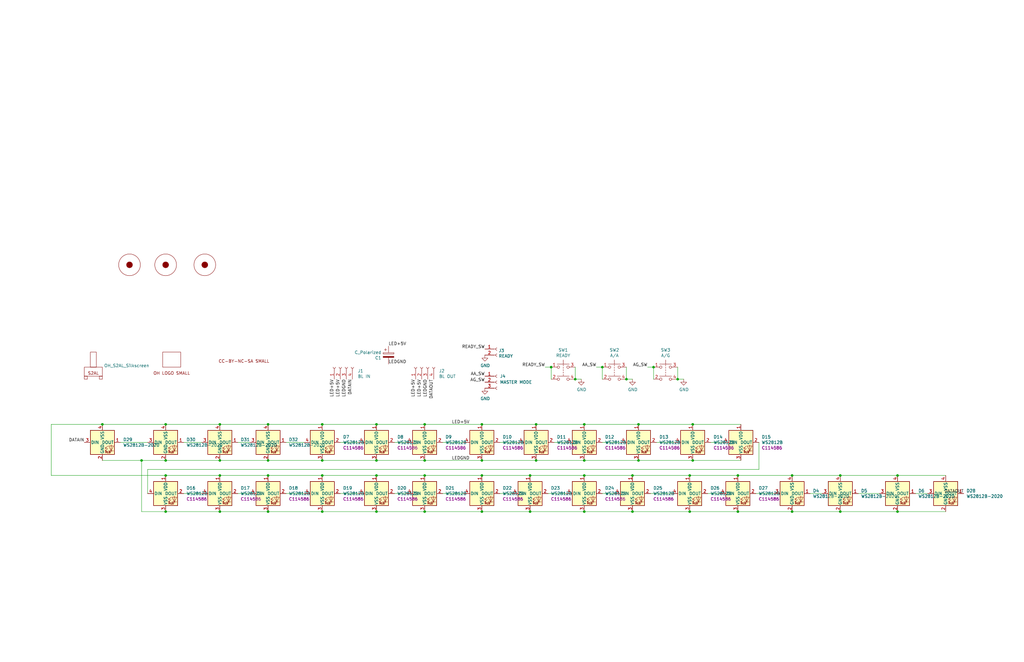
<source format=kicad_sch>
(kicad_sch (version 20211123) (generator eeschema)
  (paper "B")
  (lib_symbols
    (symbol "Connector:Conn_01x02_Female" (pin_names (offset 1.016) hide)
      (property "Reference" "J" (at 0 2.54 0))
      (property "Value" "Conn_01x02_Female" (at 0 -5.08 0))
      (symbol "Conn_01x02_Female_1_1"
        (arc (start 0 -2.032) (mid -0.508 -2.54) (end 0 -3.048) (stroke (width 0.1524)))
        (polyline (pts (xy -1.27 -2.54) (xy -0.508 -2.54)) (stroke (width 0.1524)))
        (polyline (pts (xy -1.27 0) (xy -0.508 0)) (stroke (width 0.1524)))
        (arc (start 0 0.508) (mid -0.508 0) (end 0 -0.508) (stroke (width 0.1524)))
        (pin passive line (at -5.08 0 0) (length 3.81) (name "Pin_1") (number "1"))
        (pin passive line (at -5.08 -2.54 0) (length 3.81) (name "Pin_2") (number "2"))
      )
    )
    (symbol "Connector:Conn_01x03_Female" (pin_names (offset 1.016) hide)
      (property "Reference" "J" (at 0 5.08 0))
      (property "Value" "Conn_01x03_Female" (at 0 -5.08 0))
      (symbol "Conn_01x03_Female_1_1"
        (arc (start 0 -2.032) (mid -0.508 -2.54) (end 0 -3.048) (stroke (width 0.1524)))
        (polyline (pts (xy -1.27 -2.54) (xy -0.508 -2.54)) (stroke (width 0.1524)))
        (polyline (pts (xy -1.27 0) (xy -0.508 0)) (stroke (width 0.1524)))
        (polyline (pts (xy -1.27 2.54) (xy -0.508 2.54)) (stroke (width 0.1524)))
        (arc (start 0 0.508) (mid -0.508 0) (end 0 -0.508) (stroke (width 0.1524)))
        (arc (start 0 3.048) (mid -0.508 2.54) (end 0 2.032) (stroke (width 0.1524)))
        (pin passive line (at -5.08 2.54 0) (length 3.81) (name "Pin_1") (number "1"))
        (pin passive line (at -5.08 0 0) (length 3.81) (name "Pin_2") (number "2"))
        (pin passive line (at -5.08 -2.54 0) (length 3.81) (name "Pin_3") (number "3"))
      )
    )
    (symbol "Connector:Conn_01x04_Female" (pin_names (offset 1.016) hide)
      (property "Reference" "J" (at 0 5.08 0))
      (property "Value" "Conn_01x04_Female" (at 0 -7.62 0))
      (symbol "Conn_01x04_Female_1_1"
        (arc (start 0 -4.572) (mid -0.508 -5.08) (end 0 -5.588) (stroke (width 0.1524)))
        (arc (start 0 -2.032) (mid -0.508 -2.54) (end 0 -3.048) (stroke (width 0.1524)))
        (polyline (pts (xy -1.27 -5.08) (xy -0.508 -5.08)) (stroke (width 0.1524)))
        (polyline (pts (xy -1.27 -2.54) (xy -0.508 -2.54)) (stroke (width 0.1524)))
        (polyline (pts (xy -1.27 0) (xy -0.508 0)) (stroke (width 0.1524)))
        (polyline (pts (xy -1.27 2.54) (xy -0.508 2.54)) (stroke (width 0.1524)))
        (arc (start 0 0.508) (mid -0.508 0) (end 0 -0.508) (stroke (width 0.1524)))
        (arc (start 0 3.048) (mid -0.508 2.54) (end 0 2.032) (stroke (width 0.1524)))
        (pin passive line (at -5.08 2.54 0) (length 3.81) (name "Pin_1") (number "1"))
        (pin passive line (at -5.08 0 0) (length 3.81) (name "Pin_2") (number "2"))
        (pin passive line (at -5.08 -2.54 0) (length 3.81) (name "Pin_3") (number "3"))
        (pin passive line (at -5.08 -5.08 0) (length 3.81) (name "Pin_4") (number "4"))
      )
    )
    (symbol "LED:WS2812B" (pin_names (offset 0.254))
      (property "Reference" "D" (at 5.08 5.715 0))
      (property "Value" "WS2812B" (at 1.27 -5.715 0))
      (symbol "WS2812B_0_0"
        (text "RGB" (at 2.286 -4.191 0) (effects (font (size 0.762 0.762))))
      )
      (symbol "WS2812B_0_1"
        (polyline (pts (xy 1.27 -3.556) (xy 1.778 -3.556)))
        (polyline (pts (xy 1.27 -2.54) (xy 1.778 -2.54)))
        (polyline (pts (xy 4.699 -3.556) (xy 2.667 -3.556)))
        (polyline (pts (xy 2.286 -2.54) (xy 1.27 -3.556) (xy 1.27 -3.048)))
        (polyline (pts (xy 2.286 -1.524) (xy 1.27 -2.54) (xy 1.27 -2.032)))
        (polyline (pts (xy 3.683 -1.016) (xy 3.683 -3.556) (xy 3.683 -4.064)))
        (polyline (pts (xy 4.699 -1.524) (xy 2.667 -1.524) (xy 3.683 -3.556) (xy 4.699 -1.524)))
        (rectangle (start 5.08 5.08) (end -5.08 -5.08) (stroke (width 0.254)) (fill (type background)))
      )
      (symbol "WS2812B_1_1"
        (pin power_in line (at 0 7.62 270) (length 2.54) (name "VDD") (number "1"))
        (pin output line (at 7.62 0 180) (length 2.54) (name "DOUT") (number "2"))
        (pin power_in line (at 0 -7.62 90) (length 2.54) (name "VSS") (number "3"))
        (pin input line (at -7.62 0 0) (length 2.54) (name "DIN") (number "4"))
      )
    )
    (symbol "MasterModePushbuttonV2-rescue:CC-BY-NC-SA_Icon-KiCadCustomLib" (pin_numbers hide) (pin_names (offset 0) hide)
      (symbol "CC-BY-NC-SA_Icon-KiCadCustomLib_0_0"
        (text "CC-BY-NC-SA SMALL" (at 1.27 2.54 0) (effects (font (size 1.27 1.27))))
      )
    )
    (symbol "MasterModePushbuttonV2-rescue:C_Polarized-Device" (pin_numbers hide) (pin_names (offset 0.254))
      (property "Reference" "C" (at 0.635 2.54 0))
      (property "Value" "C_Polarized-Device" (at 0.635 -2.54 0))
      (symbol "C_Polarized-Device_0_1"
        (rectangle (start -2.286 0.508) (end 2.286 1.016))
        (polyline (pts (xy -1.778 2.286) (xy -0.762 2.286)))
        (polyline (pts (xy -1.27 2.794) (xy -1.27 1.778)))
        (rectangle (start 2.286 -0.508) (end -2.286 -1.016) (fill (type outline)))
      )
      (symbol "C_Polarized-Device_1_1"
        (pin passive line (at 0 3.81 270) (length 2.794) (name "~") (number "1"))
        (pin passive line (at 0 -3.81 90) (length 2.794) (name "~") (number "2"))
      )
    )
    (symbol "MasterModePushbuttonV2-rescue:OHPanelScrew-KiCadCustomLib" (pin_numbers hide) (pin_names (offset 0) hide)
      (symbol "OHPanelScrew-KiCadCustomLib_0_0"
        (circle (center 0 0) (radius 1.27) (fill (type outline)))
        (circle (center 0 0) (radius 4.572))
      )
    )
    (symbol "MasterModePushbuttonV2-rescue:OH_S2AL_Silkscreen-KiCadCustomLib" (pin_numbers hide) (pin_names (offset 0) hide)
      (property "Value" "OH_S2AL_Silkscreen-KiCadCustomLib" (at 0 -3.81 0))
      (symbol "OH_S2AL_Silkscreen-KiCadCustomLib_0_0"
        (rectangle (start -3.81 -1.27) (end -2.54 -2.54))
        (rectangle (start -3.81 2.54) (end 3.81 -1.27))
        (rectangle (start 1.27 2.54) (end -1.27 8.89))
        (rectangle (start 3.81 -1.27) (end 2.54 -2.54))
        (text "S2AL" (at 0 0 0) (effects (font (size 1.27 1.27))))
      )
    )
    (symbol "MasterModePushbuttonV2-rescue:Omron_B3F-1026-KiCadCustomLib" (pin_names (offset 1.016) hide)
      (property "Reference" "SW" (at 1.27 2.54 0))
      (property "Value" "Omron_B3F-1026-KiCadCustomLib" (at 0 -6.858 0))
      (symbol "Omron_B3F-1026-KiCadCustomLib_0_1"
        (circle (center -2.032 -5.08) (radius 0.508))
        (circle (center -2.032 0) (radius 0.508))
        (polyline (pts (xy 0 -3.048) (xy 0 -3.556)))
        (polyline (pts (xy 0 -2.032) (xy 0 -2.54)))
        (polyline (pts (xy 0 -1.524) (xy 0 -1.016)))
        (polyline (pts (xy 0 -0.508) (xy 0 0)))
        (polyline (pts (xy 0 0.508) (xy 0 1.016)))
        (polyline (pts (xy 0 1.27) (xy 0 3.048)))
        (polyline (pts (xy 2.54 -3.81) (xy -2.54 -3.81)))
        (polyline (pts (xy 2.54 1.27) (xy -2.54 1.27)))
        (circle (center 2.032 -5.08) (radius 0.508))
        (circle (center 2.032 0) (radius 0.508))
        (pin passive line (at -5.08 0 0) (length 2.54) (name "1") (number "1"))
        (pin passive line (at -5.08 -5.08 0) (length 2.54) (name "2") (number "2"))
        (pin passive line (at 5.08 0 180) (length 2.54) (name "3") (number "3"))
        (pin passive line (at 5.08 -5.08 180) (length 2.54) (name "4") (number "4"))
      )
    )
    (symbol "MasterModePushbuttonV2-rescue:OpenHornetLogoSmall-KiCadCustomLib" (pin_numbers hide) (pin_names (offset 0) hide)
      (symbol "OpenHornetLogoSmall-KiCadCustomLib_0_0"
        (text "OH LOGO SMALL" (at 0 2.54 0) (effects (font (size 1.27 1.27))))
      )
      (symbol "OpenHornetLogoSmall-KiCadCustomLib_0_1"
        (rectangle (start 3.81 5.08) (end -3.81 11.43))
      )
    )
    (symbol "MasterModePushbuttonV2-rescue:WS2812B-2020-KiCAD_Libraries" (pin_names (offset 0.254))
      (property "Reference" "D" (at 5.08 5.715 0))
      (property "Value" "WS2812B-2020-KiCAD_Libraries" (at 1.27 -5.715 0))
      (symbol "WS2812B-2020-KiCAD_Libraries_0_0"
        (text "RGB" (at 2.286 -4.191 0) (effects (font (size 0.762 0.762))))
      )
      (symbol "WS2812B-2020-KiCAD_Libraries_0_1"
        (polyline (pts (xy 1.27 -3.556) (xy 1.778 -3.556)))
        (polyline (pts (xy 1.27 -2.54) (xy 1.778 -2.54)))
        (polyline (pts (xy 4.699 -3.556) (xy 2.667 -3.556)))
        (polyline (pts (xy 2.286 -2.54) (xy 1.27 -3.556) (xy 1.27 -3.048)))
        (polyline (pts (xy 2.286 -1.524) (xy 1.27 -2.54) (xy 1.27 -2.032)))
        (polyline (pts (xy 3.683 -1.016) (xy 3.683 -3.556) (xy 3.683 -4.064)))
        (polyline (pts (xy 4.699 -1.524) (xy 2.667 -1.524) (xy 3.683 -3.556) (xy 4.699 -1.524)))
        (rectangle (start 5.08 5.08) (end -5.08 -5.08) (stroke (width 0.254)) (fill (type background)))
      )
      (symbol "WS2812B-2020-KiCAD_Libraries_1_1"
        (pin output line (at 7.62 0 180) (length 2.54) (name "DOUT") (number "1"))
        (pin power_in line (at 0 -7.62 90) (length 2.54) (name "GND") (number "2"))
        (pin input line (at -7.62 0 0) (length 2.54) (name "DIN") (number "3"))
        (pin power_in line (at 0 7.62 270) (length 2.54) (name "VSS") (number "4"))
      )
    )
    (symbol "power:GND" (power) (pin_names (offset 0))
      (property "Value" "GND" (at 0 -3.81 0))
      (symbol "GND_0_1"
        (polyline (pts (xy 0 0) (xy 0 -1.27) (xy 1.27 -1.27) (xy 0 -2.54) (xy -1.27 -1.27) (xy 0 -1.27)))
      )
      (symbol "GND_1_1"
        (pin power_in line (at 0 0 270) (length 0) hide (name "GND") (number "1"))
      )
    )
  )
  (junction (at 226.06 194.31))
  (junction (at 92.71 194.31))
  (junction (at 292.1 194.31))
  (junction (at 378.46 215.9))
  (junction (at 69.85 215.9))
  (junction (at 354.33 215.9))
  (junction (at 69.85 179.07))
  (junction (at 113.03 194.31))
  (junction (at 113.03 200.66))
  (junction (at 135.89 194.31))
  (junction (at 69.85 194.31))
  (junction (at 113.03 215.9))
  (junction (at 266.7 200.66))
  (junction (at 246.38 194.31))
  (junction (at 203.2 200.66))
  (junction (at 179.07 194.31))
  (junction (at 203.2 215.9))
  (junction (at 179.07 215.9))
  (junction (at 158.75 179.07))
  (junction (at 254 154.94))
  (junction (at 269.24 179.07))
  (junction (at 223.52 215.9))
  (junction (at 158.75 215.9))
  (junction (at 246.38 200.66))
  (junction (at 311.15 200.66))
  (junction (at 264.16 160.02))
  (junction (at 92.71 179.07))
  (junction (at 242.57 160.02))
  (junction (at 266.7 215.9))
  (junction (at 269.24 194.31))
  (junction (at 232.41 154.94))
  (junction (at 158.75 194.31))
  (junction (at 334.01 200.66))
  (junction (at 226.06 179.07))
  (junction (at 59.69 194.31))
  (junction (at 203.2 179.07))
  (junction (at 246.38 179.07))
  (junction (at 354.33 200.66))
  (junction (at 275.59 154.94))
  (junction (at 69.85 200.66))
  (junction (at 290.83 200.66))
  (junction (at 113.03 179.07))
  (junction (at 378.46 200.66))
  (junction (at 179.07 179.07))
  (junction (at 135.89 200.66))
  (junction (at 135.89 215.9))
  (junction (at 179.07 200.66))
  (junction (at 43.18 179.07))
  (junction (at 92.71 200.66))
  (junction (at 334.01 215.9))
  (junction (at 158.75 200.66))
  (junction (at 203.2 194.31))
  (junction (at 135.89 179.07))
  (junction (at 223.52 200.66))
  (junction (at 246.38 215.9))
  (junction (at 92.71 215.9))
  (junction (at 285.75 160.02))
  (junction (at 290.83 215.9))
  (junction (at 292.1 179.07))
  (junction (at 311.15 215.9))
  (wire (pts (xy 273.05 154.94) (xy 275.59 154.94)))
  (wire (pts (xy 269.24 179.07) (xy 292.1 179.07)))
  (wire (pts (xy 158.75 194.31) (xy 135.89 194.31)))
  (wire (pts (xy 231.14 208.28) (xy 238.76 208.28)))
  (wire (pts (xy 311.15 215.9) (xy 334.01 215.9)))
  (wire (pts (xy 43.18 194.31) (xy 59.69 194.31)))
  (wire (pts (xy 251.46 154.94) (xy 254 154.94)))
  (wire (pts (xy 320.04 198.12) (xy 62.23 198.12)))
  (wire (pts (xy 158.75 179.07) (xy 179.07 179.07)))
  (wire (pts (xy 203.2 194.31) (xy 179.07 194.31)))
  (wire (pts (xy 100.33 186.69) (xy 105.41 186.69)))
  (wire (pts (xy 179.07 179.07) (xy 203.2 179.07)))
  (wire (pts (xy 21.59 179.07) (xy 21.59 200.66)))
  (wire (pts (xy 210.82 186.69) (xy 218.44 186.69)))
  (wire (pts (xy 275.59 154.94) (xy 275.59 160.02)))
  (wire (pts (xy 158.75 215.9) (xy 179.07 215.9)))
  (wire (pts (xy 226.06 194.31) (xy 203.2 194.31)))
  (wire (pts (xy 354.33 200.66) (xy 378.46 200.66)))
  (wire (pts (xy 62.23 198.12) (xy 62.23 208.28)))
  (wire (pts (xy 290.83 215.9) (xy 311.15 215.9)))
  (wire (pts (xy 254 208.28) (xy 259.08 208.28)))
  (wire (pts (xy 179.07 200.66) (xy 203.2 200.66)))
  (wire (pts (xy 242.57 160.02) (xy 242.57 154.94)))
  (wire (pts (xy 113.03 194.31) (xy 135.89 194.31)))
  (wire (pts (xy 59.69 194.31) (xy 69.85 194.31)))
  (wire (pts (xy 77.47 208.28) (xy 85.09 208.28)))
  (wire (pts (xy 341.63 208.28) (xy 346.71 208.28)))
  (wire (pts (xy 229.87 154.94) (xy 232.41 154.94)))
  (wire (pts (xy 135.89 215.9) (xy 158.75 215.9)))
  (wire (pts (xy 69.85 200.66) (xy 92.71 200.66)))
  (wire (pts (xy 245.11 160.02) (xy 242.57 160.02)))
  (wire (pts (xy 285.75 160.02) (xy 285.75 154.94)))
  (wire (pts (xy 135.89 200.66) (xy 158.75 200.66)))
  (wire (pts (xy 203.2 200.66) (xy 223.52 200.66)))
  (wire (pts (xy 113.03 200.66) (xy 135.89 200.66)))
  (wire (pts (xy 120.65 208.28) (xy 128.27 208.28)))
  (wire (pts (xy 59.69 215.9) (xy 69.85 215.9)))
  (wire (pts (xy 264.16 160.02) (xy 264.16 154.94)))
  (wire (pts (xy 233.68 186.69) (xy 238.76 186.69)))
  (wire (pts (xy 143.51 208.28) (xy 151.13 208.28)))
  (wire (pts (xy 269.24 194.31) (xy 246.38 194.31)))
  (wire (pts (xy 158.75 200.66) (xy 179.07 200.66)))
  (wire (pts (xy 361.95 208.28) (xy 370.84 208.28)))
  (wire (pts (xy 318.77 208.28) (xy 326.39 208.28)))
  (wire (pts (xy 266.7 200.66) (xy 290.83 200.66)))
  (wire (pts (xy 246.38 215.9) (xy 266.7 215.9)))
  (wire (pts (xy 232.41 154.94) (xy 232.41 160.02)))
  (wire (pts (xy 354.33 215.9) (xy 378.46 215.9)))
  (wire (pts (xy 378.46 215.9) (xy 398.78 215.9)))
  (wire (pts (xy 254 154.94) (xy 254 160.02)))
  (wire (pts (xy 120.65 186.69) (xy 128.27 186.69)))
  (wire (pts (xy 113.03 215.9) (xy 135.89 215.9)))
  (wire (pts (xy 135.89 179.07) (xy 158.75 179.07)))
  (wire (pts (xy 290.83 200.66) (xy 311.15 200.66)))
  (wire (pts (xy 113.03 179.07) (xy 135.89 179.07)))
  (wire (pts (xy 334.01 215.9) (xy 354.33 215.9)))
  (wire (pts (xy 43.18 179.07) (xy 69.85 179.07)))
  (wire (pts (xy 21.59 179.07) (xy 43.18 179.07)))
  (wire (pts (xy 299.72 186.69) (xy 304.8 186.69)))
  (wire (pts (xy 223.52 215.9) (xy 246.38 215.9)))
  (wire (pts (xy 203.2 179.07) (xy 226.06 179.07)))
  (wire (pts (xy 179.07 194.31) (xy 158.75 194.31)))
  (wire (pts (xy 77.47 186.69) (xy 85.09 186.69)))
  (wire (pts (xy 62.23 186.69) (xy 50.8 186.69)))
  (wire (pts (xy 312.42 194.31) (xy 292.1 194.31)))
  (wire (pts (xy 320.04 186.69) (xy 320.04 198.12)))
  (wire (pts (xy 100.33 208.28) (xy 105.41 208.28)))
  (wire (pts (xy 298.45 208.28) (xy 303.53 208.28)))
  (wire (pts (xy 166.37 208.28) (xy 171.45 208.28)))
  (wire (pts (xy 186.69 186.69) (xy 195.58 186.69)))
  (wire (pts (xy 276.86 186.69) (xy 284.48 186.69)))
  (wire (pts (xy 288.29 160.02) (xy 285.75 160.02)))
  (wire (pts (xy 223.52 200.66) (xy 246.38 200.66)))
  (wire (pts (xy 334.01 200.66) (xy 354.33 200.66)))
  (wire (pts (xy 92.71 200.66) (xy 113.03 200.66)))
  (wire (pts (xy 292.1 194.31) (xy 269.24 194.31)))
  (wire (pts (xy 311.15 200.66) (xy 334.01 200.66)))
  (wire (pts (xy 266.7 215.9) (xy 290.83 215.9)))
  (wire (pts (xy 186.69 208.28) (xy 195.58 208.28)))
  (wire (pts (xy 266.7 160.02) (xy 264.16 160.02)))
  (wire (pts (xy 92.71 194.31) (xy 113.03 194.31)))
  (wire (pts (xy 210.82 208.28) (xy 215.9 208.28)))
  (wire (pts (xy 21.59 200.66) (xy 69.85 200.66)))
  (wire (pts (xy 59.69 194.31) (xy 59.69 215.9)))
  (wire (pts (xy 203.2 215.9) (xy 223.52 215.9)))
  (wire (pts (xy 92.71 215.9) (xy 113.03 215.9)))
  (wire (pts (xy 246.38 194.31) (xy 226.06 194.31)))
  (wire (pts (xy 166.37 186.69) (xy 171.45 186.69)))
  (wire (pts (xy 69.85 194.31) (xy 92.71 194.31)))
  (wire (pts (xy 254 186.69) (xy 261.62 186.69)))
  (wire (pts (xy 143.51 186.69) (xy 151.13 186.69)))
  (wire (pts (xy 226.06 179.07) (xy 246.38 179.07)))
  (wire (pts (xy 92.71 179.07) (xy 113.03 179.07)))
  (wire (pts (xy 246.38 179.07) (xy 269.24 179.07)))
  (wire (pts (xy 246.38 200.66) (xy 266.7 200.66)))
  (wire (pts (xy 69.85 215.9) (xy 92.71 215.9)))
  (wire (pts (xy 274.32 208.28) (xy 283.21 208.28)))
  (wire (pts (xy 69.85 179.07) (xy 92.71 179.07)))
  (wire (pts (xy 179.07 215.9) (xy 203.2 215.9)))
  (wire (pts (xy 378.46 200.66) (xy 398.78 200.66)))
  (wire (pts (xy 292.1 179.07) (xy 312.42 179.07)))
  (wire (pts (xy 386.08 208.28) (xy 391.16 208.28)))
  (label "AG_SW" (at 204.47 161.29 180))
  (label "LED+5V" (at 175.26 160.02 270))
  (label "LED+5V" (at 190.5 179.07 0))
  (label "LEDGND" (at 190.5 194.31 0))
  (label "LEDGND" (at 163.83 153.67 0))
  (label "LEDGND" (at 146.05 160.02 270))
  (label "DATAOUT" (at 406.4 208.28 180))
  (label "AA_SW" (at 251.46 154.94 180))
  (label "AA_SW" (at 204.47 158.75 180))
  (label "DATAOUT" (at 182.88 160.02 270))
  (label "DATAIN" (at 148.59 160.02 270))
  (label "AG_SW" (at 273.05 154.94 180))
  (label "READY_SW" (at 229.87 154.94 180))
  (label "READY_SW" (at 204.47 147.32 180))
  (label "LED+5V" (at 143.51 160.02 270))
  (label "LEDGND" (at 180.34 160.02 270))
  (label "LED+5V" (at 163.83 146.05 0))
  (label "DATAIN" (at 35.56 186.69 180))
  (label "LED+5V" (at 140.97 160.02 270))
  (label "LED+5V" (at 177.8 160.02 270))
  (symbol (lib_id "Connector:Conn_01x02_Female") (at 209.55 147.32 0) (unit 1)
    (property "Reference" "J3" (at 210.2612 147.9296 0) (effects (justify left)))
    (property "Value" "READY" (at 210.2612 150.241 0) (effects (justify left)))
    (property "Footprint" "OH_Footprints:Molex_KK-254_AE-6410-02A_1x02_P2.54mm_Vertical" (effects hide))
  )
  (symbol (lib_id "Connector:Conn_01x03_Female") (at 209.55 161.29 0) (unit 1)
    (property "Reference" "J4" (at 210.82 158.75 0) (effects (justify left)))
    (property "Value" "MASTER MODE" (at 210.82 161.29 0) (effects (justify left)))
    (property "Footprint" "OH_Footprints:Molex_KK-254_AE-6410-03A_1x03_P2.54mm_Vertical" (effects hide))
  )
  (symbol (lib_id "LED:WS2812B") (at 135.89 186.69 0) (unit 1)
    (property "Reference" "D7" (at 144.6276 184.3786 0) (effects (justify left)))
    (property "Value" "WS2812B" (at 144.6276 186.69 0) (effects (justify left)))
    (property "Footprint" "OH_Footprints:LED_WS2812B_PLCC4_5.0x5.0mm_P3.2mm" (effects hide))
    (property "Datasheet" "https://cdn-shop.adafruit.com/datasheets/WS2812B.pdf" (effects hide))
    (property "LCSC Part Number" "C114586" (at 144.6276 189.0014 0) (effects (justify left)))
  )
  (symbol (lib_id "LED:WS2812B") (at 158.75 186.69 0) (unit 1)
    (property "Reference" "D8" (at 167.4876 184.3786 0) (effects (justify left)))
    (property "Value" "WS2812B" (at 167.4876 186.69 0) (effects (justify left)))
    (property "Footprint" "OH_Footprints:LED_WS2812B_PLCC4_5.0x5.0mm_P3.2mm" (effects hide))
    (property "Datasheet" "https://cdn-shop.adafruit.com/datasheets/WS2812B.pdf" (effects hide))
    (property "LCSC Part Number" "C114586" (at 167.4876 189.0014 0) (effects (justify left)))
  )
  (symbol (lib_id "LED:WS2812B") (at 179.07 186.69 0) (unit 1)
    (property "Reference" "D9" (at 187.8076 184.3786 0) (effects (justify left)))
    (property "Value" "WS2812B" (at 187.8076 186.69 0) (effects (justify left)))
    (property "Footprint" "OH_Footprints:LED_WS2812B_PLCC4_5.0x5.0mm_P3.2mm" (effects hide))
    (property "Datasheet" "https://cdn-shop.adafruit.com/datasheets/WS2812B.pdf" (effects hide))
    (property "LCSC Part Number" "C114586" (at 187.8076 189.0014 0) (effects (justify left)))
  )
  (symbol (lib_id "LED:WS2812B") (at 203.2 186.69 0) (unit 1)
    (property "Reference" "D10" (at 211.9376 184.3786 0) (effects (justify left)))
    (property "Value" "WS2812B" (at 211.9376 186.69 0) (effects (justify left)))
    (property "Footprint" "OH_Footprints:LED_WS2812B_PLCC4_5.0x5.0mm_P3.2mm" (effects hide))
    (property "Datasheet" "https://cdn-shop.adafruit.com/datasheets/WS2812B.pdf" (effects hide))
    (property "LCSC Part Number" "C114586" (at 211.9376 189.0014 0) (effects (justify left)))
  )
  (symbol (lib_id "LED:WS2812B") (at 226.06 186.69 0) (unit 1)
    (property "Reference" "D11" (at 234.7976 184.3786 0) (effects (justify left)))
    (property "Value" "WS2812B" (at 234.7976 186.69 0) (effects (justify left)))
    (property "Footprint" "OH_Footprints:LED_WS2812B_PLCC4_5.0x5.0mm_P3.2mm" (effects hide))
    (property "Datasheet" "https://cdn-shop.adafruit.com/datasheets/WS2812B.pdf" (effects hide))
    (property "LCSC Part Number" "C114586" (at 234.7976 189.0014 0) (effects (justify left)))
  )
  (symbol (lib_id "LED:WS2812B") (at 246.38 186.69 0) (unit 1)
    (property "Reference" "D12" (at 255.1176 184.3786 0) (effects (justify left)))
    (property "Value" "WS2812B" (at 255.1176 186.69 0) (effects (justify left)))
    (property "Footprint" "OH_Footprints:LED_WS2812B_PLCC4_5.0x5.0mm_P3.2mm" (effects hide))
    (property "Datasheet" "https://cdn-shop.adafruit.com/datasheets/WS2812B.pdf" (effects hide))
    (property "LCSC Part Number" "C114586" (at 255.1176 189.0014 0) (effects (justify left)))
  )
  (symbol (lib_id "LED:WS2812B") (at 269.24 186.69 0) (unit 1)
    (property "Reference" "D13" (at 277.9776 184.3786 0) (effects (justify left)))
    (property "Value" "WS2812B" (at 277.9776 186.69 0) (effects (justify left)))
    (property "Footprint" "OH_Footprints:LED_WS2812B_PLCC4_5.0x5.0mm_P3.2mm" (effects hide))
    (property "Datasheet" "https://cdn-shop.adafruit.com/datasheets/WS2812B.pdf" (effects hide))
    (property "LCSC Part Number" "C114586" (at 277.9776 189.0014 0) (effects (justify left)))
  )
  (symbol (lib_id "LED:WS2812B") (at 292.1 186.69 0) (unit 1)
    (property "Reference" "D14" (at 300.8376 184.3786 0) (effects (justify left)))
    (property "Value" "WS2812B" (at 300.8376 186.69 0) (effects (justify left)))
    (property "Footprint" "OH_Footprints:LED_WS2812B_PLCC4_5.0x5.0mm_P3.2mm" (effects hide))
    (property "Datasheet" "https://cdn-shop.adafruit.com/datasheets/WS2812B.pdf" (effects hide))
    (property "LCSC Part Number" "C114586" (at 300.8376 189.0014 0) (effects (justify left)))
  )
  (symbol (lib_id "LED:WS2812B") (at 312.42 186.69 0) (unit 1)
    (property "Reference" "D15" (at 321.1576 184.3786 0) (effects (justify left)))
    (property "Value" "WS2812B" (at 321.1576 186.69 0) (effects (justify left)))
    (property "Footprint" "OH_Footprints:LED_WS2812B_PLCC4_5.0x5.0mm_P3.2mm" (effects hide))
    (property "Datasheet" "https://cdn-shop.adafruit.com/datasheets/WS2812B.pdf" (effects hide))
    (property "LCSC Part Number" "C114586" (at 321.1576 189.0014 0) (effects (justify left)))
  )
  (symbol (lib_id "LED:WS2812B") (at 69.85 208.28 0) (unit 1)
    (property "Reference" "D16" (at 78.5876 205.9686 0) (effects (justify left)))
    (property "Value" "WS2812B" (at 78.5876 208.28 0) (effects (justify left)))
    (property "Footprint" "OH_Footprints:LED_WS2812B_PLCC4_5.0x5.0mm_P3.2mm" (effects hide))
    (property "Datasheet" "https://cdn-shop.adafruit.com/datasheets/WS2812B.pdf" (effects hide))
    (property "LCSC Part Number" "C114586" (at 78.5876 210.5914 0) (effects (justify left)))
  )
  (symbol (lib_id "LED:WS2812B") (at 92.71 208.28 0) (unit 1)
    (property "Reference" "D17" (at 101.4476 205.9686 0) (effects (justify left)))
    (property "Value" "WS2812B" (at 101.4476 208.28 0) (effects (justify left)))
    (property "Footprint" "OH_Footprints:LED_WS2812B_PLCC4_5.0x5.0mm_P3.2mm" (effects hide))
    (property "Datasheet" "https://cdn-shop.adafruit.com/datasheets/WS2812B.pdf" (effects hide))
    (property "LCSC Part Number" "C114586" (at 101.4476 210.5914 0) (effects (justify left)))
  )
  (symbol (lib_id "LED:WS2812B") (at 113.03 208.28 0) (unit 1)
    (property "Reference" "D18" (at 121.7676 205.9686 0) (effects (justify left)))
    (property "Value" "WS2812B" (at 121.7676 208.28 0) (effects (justify left)))
    (property "Footprint" "OH_Footprints:LED_WS2812B_PLCC4_5.0x5.0mm_P3.2mm" (effects hide))
    (property "Datasheet" "https://cdn-shop.adafruit.com/datasheets/WS2812B.pdf" (effects hide))
    (property "LCSC Part Number" "C114586" (at 121.7676 210.5914 0) (effects (justify left)))
  )
  (symbol (lib_id "LED:WS2812B") (at 135.89 208.28 0) (unit 1)
    (property "Reference" "D19" (at 144.6276 205.9686 0) (effects (justify left)))
    (property "Value" "WS2812B" (at 144.6276 208.28 0) (effects (justify left)))
    (property "Footprint" "OH_Footprints:LED_WS2812B_PLCC4_5.0x5.0mm_P3.2mm" (effects hide))
    (property "Datasheet" "https://cdn-shop.adafruit.com/datasheets/WS2812B.pdf" (effects hide))
    (property "LCSC Part Number" "C114586" (at 144.6276 210.5914 0) (effects (justify left)))
  )
  (symbol (lib_id "LED:WS2812B") (at 158.75 208.28 0) (unit 1)
    (property "Reference" "D20" (at 167.4876 205.9686 0) (effects (justify left)))
    (property "Value" "WS2812B" (at 167.4876 208.28 0) (effects (justify left)))
    (property "Footprint" "OH_Footprints:LED_WS2812B_PLCC4_5.0x5.0mm_P3.2mm" (effects hide))
    (property "Datasheet" "https://cdn-shop.adafruit.com/datasheets/WS2812B.pdf" (effects hide))
    (property "LCSC Part Number" "C114586" (at 167.4876 210.5914 0) (effects (justify left)))
  )
  (symbol (lib_id "LED:WS2812B") (at 179.07 208.28 0) (unit 1)
    (property "Reference" "D21" (at 187.8076 205.9686 0) (effects (justify left)))
    (property "Value" "WS2812B" (at 187.8076 208.28 0) (effects (justify left)))
    (property "Footprint" "OH_Footprints:LED_WS2812B_PLCC4_5.0x5.0mm_P3.2mm" (effects hide))
    (property "Datasheet" "https://cdn-shop.adafruit.com/datasheets/WS2812B.pdf" (effects hide))
    (property "LCSC Part Number" "C114586" (at 187.8076 210.5914 0) (effects (justify left)))
  )
  (symbol (lib_id "LED:WS2812B") (at 203.2 208.28 0) (unit 1)
    (property "Reference" "D22" (at 211.9376 205.9686 0) (effects (justify left)))
    (property "Value" "WS2812B" (at 211.9376 208.28 0) (effects (justify left)))
    (property "Footprint" "OH_Footprints:LED_WS2812B_PLCC4_5.0x5.0mm_P3.2mm" (effects hide))
    (property "Datasheet" "https://cdn-shop.adafruit.com/datasheets/WS2812B.pdf" (effects hide))
    (property "LCSC Part Number" "C114586" (at 211.9376 210.5914 0) (effects (justify left)))
  )
  (symbol (lib_id "LED:WS2812B") (at 223.52 208.28 0) (unit 1)
    (property "Reference" "D23" (at 232.2576 205.9686 0) (effects (justify left)))
    (property "Value" "WS2812B" (at 232.2576 208.28 0) (effects (justify left)))
    (property "Footprint" "OH_Footprints:LED_WS2812B_PLCC4_5.0x5.0mm_P3.2mm" (effects hide))
    (property "Datasheet" "https://cdn-shop.adafruit.com/datasheets/WS2812B.pdf" (effects hide))
    (property "LCSC Part Number" "C114586" (at 232.2576 210.5914 0) (effects (justify left)))
  )
  (symbol (lib_id "LED:WS2812B") (at 246.38 208.28 0) (unit 1)
    (property "Reference" "D24" (at 255.1176 205.9686 0) (effects (justify left)))
    (property "Value" "WS2812B" (at 255.1176 208.28 0) (effects (justify left)))
    (property "Footprint" "OH_Footprints:LED_WS2812B_PLCC4_5.0x5.0mm_P3.2mm" (effects hide))
    (property "Datasheet" "https://cdn-shop.adafruit.com/datasheets/WS2812B.pdf" (effects hide))
    (property "LCSC Part Number" "C114586" (at 255.1176 210.5914 0) (effects (justify left)))
  )
  (symbol (lib_id "LED:WS2812B") (at 266.7 208.28 0) (unit 1)
    (property "Reference" "D25" (at 275.4376 205.9686 0) (effects (justify left)))
    (property "Value" "WS2812B" (at 275.4376 208.28 0) (effects (justify left)))
    (property "Footprint" "OH_Footprints:LED_WS2812B_PLCC4_5.0x5.0mm_P3.2mm" (effects hide))
    (property "Datasheet" "https://cdn-shop.adafruit.com/datasheets/WS2812B.pdf" (effects hide))
    (property "LCSC Part Number" "C114586" (at 275.4376 210.5914 0) (effects (justify left)))
  )
  (symbol (lib_id "LED:WS2812B") (at 290.83 208.28 0) (unit 1)
    (property "Reference" "D26" (at 299.5676 205.9686 0) (effects (justify left)))
    (property "Value" "WS2812B" (at 299.5676 208.28 0) (effects (justify left)))
    (property "Footprint" "OH_Footprints:LED_WS2812B_PLCC4_5.0x5.0mm_P3.2mm" (effects hide))
    (property "Datasheet" "https://cdn-shop.adafruit.com/datasheets/WS2812B.pdf" (effects hide))
    (property "LCSC Part Number" "C114586" (at 299.5676 210.5914 0) (effects (justify left)))
  )
  (symbol (lib_id "LED:WS2812B") (at 311.15 208.28 0) (unit 1)
    (property "Reference" "D27" (at 319.8876 205.9686 0) (effects (justify left)))
    (property "Value" "WS2812B" (at 319.8876 208.28 0) (effects (justify left)))
    (property "Footprint" "OH_Footprints:LED_WS2812B_PLCC4_5.0x5.0mm_P3.2mm" (effects hide))
    (property "Datasheet" "https://cdn-shop.adafruit.com/datasheets/WS2812B.pdf" (effects hide))
    (property "LCSC Part Number" "C114586" (at 319.8876 210.5914 0) (effects (justify left)))
  )
  (symbol (lib_id "Connector:Conn_01x04_Female") (at 143.51 154.94 90) (unit 1)
    (property "Reference" "J1" (at 150.8252 156.5148 90) (effects (justify right)))
    (property "Value" "BL IN" (at 150.8252 158.8262 90) (effects (justify right)))
    (property "Footprint" "OH_Footprints:Molex_Mini-Fit_Jr_5566-04A_2x02_P4.20mm_Vertical" (effects hide))
  )
  (symbol (lib_id "Connector:Conn_01x04_Female") (at 177.8 154.94 90) (unit 1)
    (property "Reference" "J2" (at 185.1152 156.5148 90) (effects (justify right)))
    (property "Value" "BL OUT" (at 185.1152 158.8262 90) (effects (justify right)))
    (property "Footprint" "OH_Footprints:Molex_Mini-Fit_Jr_5566-04A_2x02_P4.20mm_Vertical" (effects hide))
  )
  (symbol (lib_id "MasterModePushbuttonV2-rescue:C_Polarized-Device") (at 163.83 149.86 0) (unit 1)
    (property "Reference" "C1" (at 160.8328 151.0284 0) (effects (justify right)))
    (property "Value" "C_Polarized" (at 160.8328 148.717 0) (effects (justify right)))
    (property "Footprint" "OH_Footprints:CP_Elec_8x10" (effects hide))
  )
  (symbol (lib_id "MasterModePushbuttonV2-rescue:OpenHornetLogoSmall-KiCadCustomLib") (at 72.39 160.02 0) (unit 1)
    (property "Reference" "LOGO2" (effects hide))
    (property "Value" "OpenHornetLogoSmall" (effects hide))
    (property "Footprint" "OH_Footprints:OH_LOGO_37.7mm_5.9mm" (effects hide))
  )
  (symbol (lib_id "MasterModePushbuttonV2-rescue:Omron_B3F-1026-KiCadCustomLib") (at 237.49 154.94 0) (unit 1)
    (property "Reference" "SW1" (at 237.49 147.701 0))
    (property "Value" "READY" (at 237.49 150.0124 0))
    (property "Footprint" "Button_Switch_THT:SW_TH_Tactile_Omron_B3F-10xx" (effects hide))
    (property "PN" "B3F-1026" (effects hide))
  )
  (symbol (lib_id "MasterModePushbuttonV2-rescue:Omron_B3F-1026-KiCadCustomLib") (at 259.08 154.94 0) (unit 1)
    (property "Reference" "SW2" (at 259.08 147.701 0))
    (property "Value" "A/A" (at 259.08 150.0124 0))
    (property "Footprint" "Button_Switch_THT:SW_TH_Tactile_Omron_B3F-10xx" (effects hide))
    (property "PN" "B3F-1026" (effects hide))
  )
  (symbol (lib_id "MasterModePushbuttonV2-rescue:Omron_B3F-1026-KiCadCustomLib") (at 280.67 154.94 0) (unit 1)
    (property "Reference" "SW3" (at 280.67 147.701 0))
    (property "Value" "A/G" (at 280.67 150.0124 0))
    (property "Footprint" "Button_Switch_THT:SW_TH_Tactile_Omron_B3F-10xx" (effects hide))
    (property "PN" "B3F-1026" (effects hide))
  )
  (symbol (lib_id "MasterModePushbuttonV2-rescue:CC-BY-NC-SA_Icon-KiCadCustomLib") (at 101.6 154.94 0) (unit 1)
    (property "Reference" "LOGO1" (effects hide))
    (property "Value" "CC-BY-NC-SA_Icon" (effects hide))
    (property "Footprint" "OH_Footprints:CC-BY-NC-SA-Small" (effects hide))
  )
  (symbol (lib_id "MasterModePushbuttonV2-rescue:OH_S2AL_Silkscreen-KiCadCustomLib") (at 39.37 157.48 0) (unit 1)
    (property "Reference" "LOGO3" (effects hide))
    (property "Value" "OH_S2AL_Silkscreen" (at 43.8912 154.305 0) (effects (justify left)))
    (property "Footprint" "OH_Footprints:S2AL_Toggle_Silkscreen" (effects hide))
  )
  (symbol (lib_id "MasterModePushbuttonV2-rescue:OHPanelScrew-KiCadCustomLib") (at 69.85 111.76 0) (unit 1)
    (property "Reference" "H2" (effects hide))
    (property "Value" "OHPanelScrew" (effects hide))
    (property "Footprint" "OH_Footprints:OH_Panel_6-32_PHS" (effects hide))
  )
  (symbol (lib_id "MasterModePushbuttonV2-rescue:OHPanelScrew-KiCadCustomLib") (at 54.61 111.76 0) (unit 1)
    (property "Reference" "H1" (effects hide))
    (property "Value" "OHPanelScrew" (effects hide))
    (property "Footprint" "OH_Footprints:OH_Panel_6-32_PHS" (effects hide))
  )
  (symbol (lib_id "MasterModePushbuttonV2-rescue:OHPanelScrew-KiCadCustomLib") (at 86.36 111.76 0) (unit 1)
    (property "Reference" "H3" (effects hide))
    (property "Value" "OHPanelScrew" (effects hide))
    (property "Footprint" "OH_Footprints:OH_Panel_6-32_PHS" (effects hide))
  )
  (symbol (lib_id "power:GND") (at 245.11 160.02 0) (unit 1)
    (property "Reference" "#PWR0101" (effects hide))
    (property "Value" "GND" (at 245.237 164.4142 0))
  )
  (symbol (lib_id "power:GND") (at 288.29 160.02 0) (unit 1)
    (property "Reference" "#PWR0102" (effects hide))
    (property "Value" "GND" (at 288.417 164.4142 0))
  )
  (symbol (lib_id "power:GND") (at 266.7 160.02 0) (unit 1)
    (property "Reference" "#PWR0103" (effects hide))
    (property "Value" "GND" (at 266.827 164.4142 0))
  )
  (symbol (lib_id "power:GND") (at 204.47 149.86 0) (unit 1)
    (property "Reference" "#PWR0104" (effects hide))
    (property "Value" "GND" (at 204.597 154.2542 0))
  )
  (symbol (lib_id "power:GND") (at 204.47 163.83 0) (unit 1)
    (property "Reference" "#PWR0105" (effects hide))
    (property "Value" "GND" (at 204.597 168.2242 0))
  )
  (symbol (lib_id "MasterModePushbuttonV2-rescue:WS2812B-2020-KiCAD_Libraries") (at 43.18 186.69 0) (unit 1)
    (property "Reference" "D29" (at 51.9176 185.5216 0) (effects (justify left)))
    (property "Value" "WS2812B-2020" (at 51.9176 187.833 0) (effects (justify left)))
    (property "Footprint" "OH_Footprints:WS2812-2020" (effects hide))
    (property "Datasheet" "https://www.mouser.com/pdfDocs/WS2812B-2020_V10_EN_181106150240761.pdf" (effects hide))
    (property "LCSC" "C965555" (effects hide))
  )
  (symbol (lib_id "MasterModePushbuttonV2-rescue:WS2812B-2020-KiCAD_Libraries") (at 69.85 186.69 0) (unit 1)
    (property "Reference" "D30" (at 78.5876 185.5216 0) (effects (justify left)))
    (property "Value" "WS2812B-2020" (at 78.5876 187.833 0) (effects (justify left)))
    (property "Footprint" "OH_Footprints:WS2812-2020" (effects hide))
    (property "Datasheet" "https://www.mouser.com/pdfDocs/WS2812B-2020_V10_EN_181106150240761.pdf" (effects hide))
    (property "LCSC" "C965555" (effects hide))
  )
  (symbol (lib_id "MasterModePushbuttonV2-rescue:WS2812B-2020-KiCAD_Libraries") (at 92.71 186.69 0) (unit 1)
    (property "Reference" "D31" (at 101.4476 185.5216 0) (effects (justify left)))
    (property "Value" "WS2812B-2020" (at 101.4476 187.833 0) (effects (justify left)))
    (property "Footprint" "OH_Footprints:WS2812-2020" (effects hide))
    (property "Datasheet" "https://www.mouser.com/pdfDocs/WS2812B-2020_V10_EN_181106150240761.pdf" (effects hide))
    (property "LCSC" "C965555" (effects hide))
  )
  (symbol (lib_id "MasterModePushbuttonV2-rescue:WS2812B-2020-KiCAD_Libraries") (at 113.03 186.69 0) (unit 1)
    (property "Reference" "D32" (at 121.7676 185.5216 0) (effects (justify left)))
    (property "Value" "WS2812B-2020" (at 121.7676 187.833 0) (effects (justify left)))
    (property "Footprint" "OH_Footprints:WS2812-2020" (effects hide))
    (property "Datasheet" "https://www.mouser.com/pdfDocs/WS2812B-2020_V10_EN_181106150240761.pdf" (effects hide))
    (property "LCSC" "C965555" (effects hide))
  )
  (symbol (lib_id "MasterModePushbuttonV2-rescue:WS2812B-2020-KiCAD_Libraries") (at 334.01 208.28 0) (unit 1)
    (property "Reference" "D4" (at 342.7476 207.1116 0) (effects (justify left)))
    (property "Value" "WS2812B-2020" (at 342.7476 209.423 0) (effects (justify left)))
    (property "Footprint" "OH_Footprints:WS2812-2020" (effects hide))
    (property "Datasheet" "https://www.mouser.com/pdfDocs/WS2812B-2020_V10_EN_181106150240761.pdf" (effects hide))
    (property "LCSC" "C965555" (effects hide))
  )
  (symbol (lib_id "MasterModePushbuttonV2-rescue:WS2812B-2020-KiCAD_Libraries") (at 354.33 208.28 0) (unit 1)
    (property "Reference" "D5" (at 363.0676 207.1116 0) (effects (justify left)))
    (property "Value" "WS2812B-2020" (at 363.0676 209.423 0) (effects (justify left)))
    (property "Footprint" "OH_Footprints:WS2812-2020" (effects hide))
    (property "Datasheet" "https://www.mouser.com/pdfDocs/WS2812B-2020_V10_EN_181106150240761.pdf" (effects hide))
    (property "LCSC" "C965555" (effects hide))
  )
  (symbol (lib_id "MasterModePushbuttonV2-rescue:WS2812B-2020-KiCAD_Libraries") (at 378.46 208.28 0) (unit 1)
    (property "Reference" "D6" (at 387.1976 207.1116 0) (effects (justify left)))
    (property "Value" "WS2812B-2020" (at 387.1976 209.423 0) (effects (justify left)))
    (property "Footprint" "OH_Footprints:WS2812-2020" (effects hide))
    (property "Datasheet" "https://www.mouser.com/pdfDocs/WS2812B-2020_V10_EN_181106150240761.pdf" (effects hide))
    (property "LCSC" "C965555" (effects hide))
  )
  (symbol (lib_id "MasterModePushbuttonV2-rescue:WS2812B-2020-KiCAD_Libraries") (at 398.78 208.28 0) (unit 1)
    (property "Reference" "D28" (at 407.5176 207.1116 0) (effects (justify left)))
    (property "Value" "WS2812B-2020" (at 407.5176 209.423 0) (effects (justify left)))
    (property "Footprint" "OH_Footprints:WS2812-2020" (effects hide))
    (property "Datasheet" "https://www.mouser.com/pdfDocs/WS2812B-2020_V10_EN_181106150240761.pdf" (effects hide))
    (property "LCSC" "C965555" (effects hide))
  )
)
</source>
